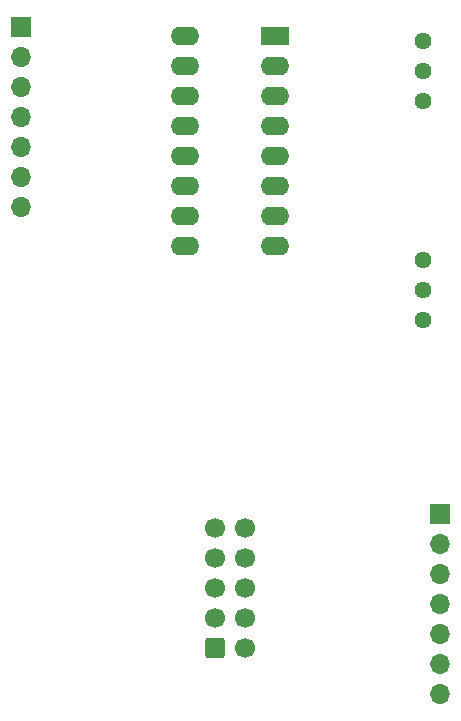
<source format=gbr>
%TF.GenerationSoftware,KiCad,Pcbnew,7.0.10*%
%TF.CreationDate,2024-02-20T22:03:50-06:00*%
%TF.ProjectId,3340_VCO,33333430-5f56-4434-9f2e-6b696361645f,rev?*%
%TF.SameCoordinates,Original*%
%TF.FileFunction,Soldermask,Bot*%
%TF.FilePolarity,Negative*%
%FSLAX46Y46*%
G04 Gerber Fmt 4.6, Leading zero omitted, Abs format (unit mm)*
G04 Created by KiCad (PCBNEW 7.0.10) date 2024-02-20 22:03:50*
%MOMM*%
%LPD*%
G01*
G04 APERTURE LIST*
G04 Aperture macros list*
%AMRoundRect*
0 Rectangle with rounded corners*
0 $1 Rounding radius*
0 $2 $3 $4 $5 $6 $7 $8 $9 X,Y pos of 4 corners*
0 Add a 4 corners polygon primitive as box body*
4,1,4,$2,$3,$4,$5,$6,$7,$8,$9,$2,$3,0*
0 Add four circle primitives for the rounded corners*
1,1,$1+$1,$2,$3*
1,1,$1+$1,$4,$5*
1,1,$1+$1,$6,$7*
1,1,$1+$1,$8,$9*
0 Add four rect primitives between the rounded corners*
20,1,$1+$1,$2,$3,$4,$5,0*
20,1,$1+$1,$4,$5,$6,$7,0*
20,1,$1+$1,$6,$7,$8,$9,0*
20,1,$1+$1,$8,$9,$2,$3,0*%
G04 Aperture macros list end*
%ADD10R,1.700000X1.700000*%
%ADD11O,1.700000X1.700000*%
%ADD12C,1.440000*%
%ADD13RoundRect,0.250000X-0.600000X-0.600000X0.600000X-0.600000X0.600000X0.600000X-0.600000X0.600000X0*%
%ADD14C,1.700000*%
%ADD15R,2.400000X1.600000*%
%ADD16O,2.400000X1.600000*%
G04 APERTURE END LIST*
D10*
%TO.C,J11*%
X111850000Y-87950000D03*
D11*
X111850000Y-90490000D03*
X111850000Y-93030000D03*
X111850000Y-95570000D03*
X111850000Y-98110000D03*
X111850000Y-100650000D03*
X111850000Y-103190000D03*
%TD*%
D10*
%TO.C,J12*%
X147300000Y-129150000D03*
D11*
X147300000Y-131690000D03*
X147300000Y-134230000D03*
X147300000Y-136770000D03*
X147300000Y-139310000D03*
X147300000Y-141850000D03*
X147300000Y-144390000D03*
%TD*%
D12*
%TO.C,RV7*%
X145850000Y-107650000D03*
X145850000Y-110190000D03*
X145850000Y-112730000D03*
%TD*%
D13*
%TO.C,J7*%
X128310000Y-140550000D03*
D14*
X130850000Y-140550000D03*
X128310000Y-138010000D03*
X130850000Y-138010000D03*
X128310000Y-135470000D03*
X130850000Y-135470000D03*
X128310000Y-132930000D03*
X130850000Y-132930000D03*
X128310000Y-130390000D03*
X130850000Y-130390000D03*
%TD*%
D15*
%TO.C,U1*%
X133350000Y-88675000D03*
D16*
X133350000Y-91215000D03*
X133350000Y-93755000D03*
X133350000Y-96295000D03*
X133350000Y-98835000D03*
X133350000Y-101375000D03*
X133350000Y-103915000D03*
X133350000Y-106455000D03*
X125730000Y-106455000D03*
X125730000Y-103915000D03*
X125730000Y-101375000D03*
X125730000Y-98835000D03*
X125730000Y-96295000D03*
X125730000Y-93755000D03*
X125730000Y-91215000D03*
X125730000Y-88675000D03*
%TD*%
D12*
%TO.C,RV1*%
X145850000Y-89150000D03*
X145850000Y-91690000D03*
X145850000Y-94230000D03*
%TD*%
M02*

</source>
